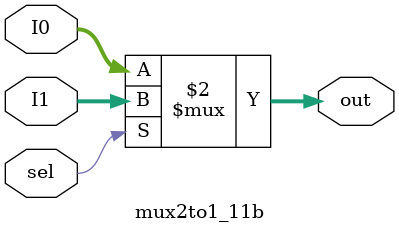
<source format=v>
module mux2to1_11b (input [10:0] I0, I1,input sel, output [10:0] out);
    assign out = (sel == 1'b1) ? I1 : I0;
endmodule

</source>
